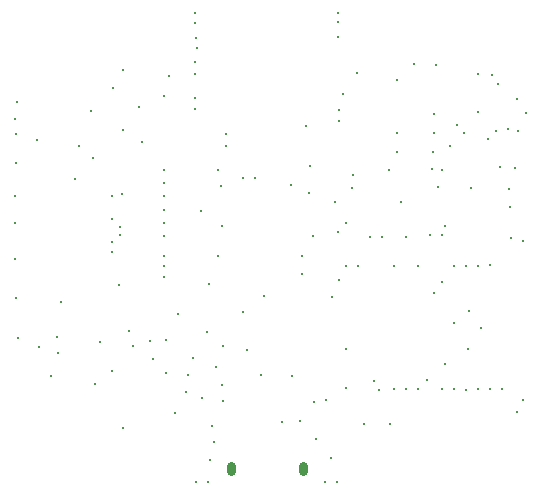
<source format=gbr>
%TF.GenerationSoftware,KiCad,Pcbnew,5.1.5+dfsg1-2~bpo10+1*%
%TF.CreationDate,Date%
%TF.ProjectId,osw,6f73772e-6b69-4636-9164-5f7063625858,3.1*%
%TF.SameCoordinates,Original*%
%TF.FileFunction,Plated,1,4,PTH,Mixed*%
%TF.FilePolarity,Positive*%
%FSLAX46Y46*%
G04 Gerber Fmt 4.6, Leading zero omitted, Abs format (unit mm)*
G04 Created by KiCad*
%MOMM*%
%LPD*%
G04 APERTURE LIST*
%TA.AperFunction,ViaDrill*%
%ADD10C,0.330200*%
%TD*%
G04 aperture for slot hole*
%TA.AperFunction,ComponentDrill*%
%ADD11C,0.750000*%
%TD*%
G04 APERTURE END LIST*
D10*
X138684000Y-99060000D03*
X138684000Y-105537000D03*
X138684000Y-107823000D03*
X138684000Y-110871000D03*
X138811000Y-100330000D03*
X138811000Y-102743000D03*
X138811000Y-114173000D03*
X138836400Y-97586800D03*
X138938000Y-117602000D03*
X140589000Y-100838000D03*
X140716000Y-118364000D03*
X141732000Y-120777000D03*
X142240000Y-117475000D03*
X142367000Y-118872000D03*
X142621000Y-114554000D03*
X143764000Y-104140000D03*
X144145000Y-101346000D03*
X145097500Y-98361500D03*
X145288000Y-102362000D03*
X145478500Y-121475500D03*
X145930500Y-117912000D03*
X146875500Y-109413697D03*
X146875500Y-110299500D03*
X146939000Y-105600500D03*
X146939000Y-107505500D03*
X146939000Y-120396000D03*
X146989700Y-96418400D03*
X147510500Y-113093500D03*
X147574000Y-108204000D03*
X147599460Y-108903280D03*
X147793590Y-105367430D03*
X147828000Y-94869000D03*
X147828000Y-99949000D03*
X147828000Y-125222000D03*
X148336000Y-116967000D03*
X148666585Y-118250085D03*
X149225000Y-98044000D03*
X149479000Y-100965000D03*
X150114000Y-117856000D03*
X150368000Y-119380000D03*
X151282400Y-97129600D03*
X151320500Y-103378000D03*
X151320500Y-104457500D03*
X151320500Y-105600500D03*
X151320500Y-106743500D03*
X151320500Y-107823000D03*
X151320500Y-108966000D03*
X151320500Y-110623394D03*
X151320500Y-111509197D03*
X151320500Y-112395000D03*
X151511000Y-117769100D03*
X151511000Y-120538801D03*
X151765000Y-95377000D03*
X152273000Y-123952000D03*
X152527000Y-115570000D03*
X153146001Y-122166999D03*
X153352500Y-120713500D03*
X153797000Y-119253000D03*
X153924000Y-90106500D03*
X153924000Y-90932000D03*
X153924000Y-94234000D03*
X153924000Y-95250000D03*
X153924000Y-97282000D03*
X153924000Y-98234500D03*
X154047216Y-92153192D03*
X154051000Y-129794000D03*
X154115686Y-93036344D03*
X154432000Y-106870500D03*
X154559000Y-122682000D03*
X154940000Y-117094000D03*
X155067000Y-129794000D03*
X155087915Y-113050915D03*
X155194000Y-127889000D03*
X155384500Y-125031500D03*
X155575000Y-126365000D03*
X155702000Y-120015000D03*
X155854400Y-103377999D03*
X155859900Y-110623393D03*
X156156599Y-104701401D03*
X156210000Y-108077000D03*
X156210000Y-121539000D03*
X156334170Y-118241924D03*
X156337000Y-122936000D03*
X156565600Y-100279200D03*
X156565600Y-101295200D03*
X157988000Y-104038401D03*
X157988000Y-115379500D03*
X158359016Y-118580180D03*
X159004000Y-104038400D03*
X159494965Y-120746635D03*
X159774713Y-114037287D03*
X161290000Y-124714000D03*
X162052000Y-104648000D03*
X162179000Y-120777000D03*
X162814000Y-124587000D03*
X162966400Y-110642400D03*
X162966400Y-112148900D03*
X163372800Y-99636300D03*
X163584165Y-105291165D03*
X163696799Y-103054001D03*
X163893500Y-108966000D03*
X164020500Y-122999500D03*
X164211000Y-126111000D03*
X164973000Y-129794000D03*
X165036500Y-122872500D03*
X165481000Y-127762000D03*
X165506400Y-114147600D03*
X165811200Y-106077600D03*
X165989000Y-129794000D03*
X166014400Y-108615900D03*
X166052500Y-90106500D03*
X166052500Y-90868500D03*
X166052500Y-92138500D03*
X166116000Y-98298000D03*
X166116000Y-99250500D03*
X166116000Y-112649000D03*
X166497000Y-96901000D03*
X166724090Y-118554500D03*
X166751000Y-107823000D03*
X166751000Y-111506000D03*
X166751000Y-121856500D03*
X167259000Y-104902000D03*
X167295495Y-103744695D03*
X167640000Y-95123000D03*
X167767000Y-111506000D03*
X168211500Y-124841000D03*
X168783000Y-109029500D03*
X169058651Y-121203920D03*
X169519950Y-121960126D03*
X169799000Y-109029500D03*
X170383200Y-103327200D03*
X170434000Y-124841000D03*
X170815000Y-111506000D03*
X170815000Y-121920000D03*
X171043600Y-100228400D03*
X171043600Y-101803200D03*
X171069000Y-95758000D03*
X171386500Y-106108500D03*
X171805600Y-109067600D03*
X171831000Y-121920000D03*
X172466000Y-94361000D03*
X172847000Y-111506000D03*
X172847000Y-121920000D03*
X173609000Y-121158000D03*
X173863000Y-108902500D03*
X173971226Y-103249344D03*
X174117000Y-101854000D03*
X174180500Y-98615500D03*
X174180500Y-100203000D03*
X174180500Y-113792000D03*
X174371000Y-94488000D03*
X174529903Y-104762323D03*
X174815500Y-108902500D03*
X174853600Y-103327200D03*
X174879000Y-112839500D03*
X174879000Y-121920000D03*
X175069500Y-119824500D03*
X175133484Y-108075740D03*
X175496500Y-101295200D03*
X175884901Y-121930099D03*
X175895000Y-111506000D03*
X175895000Y-116332000D03*
X176149000Y-99568000D03*
X176720500Y-100266500D03*
X176847500Y-121983500D03*
X176911000Y-111506000D03*
X177038000Y-118491000D03*
X177165000Y-115316000D03*
X177285110Y-104902000D03*
X177927000Y-95250000D03*
X177927000Y-98425000D03*
X177927000Y-111506000D03*
X177927000Y-121920000D03*
X178181000Y-116713000D03*
X178750394Y-100705063D03*
X178940111Y-111439611D03*
X178943000Y-121920000D03*
X179070000Y-95313500D03*
X179451000Y-100076000D03*
X179578000Y-96075500D03*
X179760600Y-103067902D03*
X179959000Y-121920000D03*
X180403500Y-99885500D03*
X180530500Y-104965500D03*
X180634441Y-106449579D03*
X180657500Y-109156500D03*
X181046400Y-103187500D03*
X181164000Y-97345500D03*
X181229000Y-123825000D03*
X181266618Y-100084681D03*
X181737000Y-109347000D03*
X181737000Y-122809000D03*
X181932100Y-98552000D03*
D11*
%TO.C,U5*%
X156972000Y-128852000D02*
X156972000Y-128402000D01*
X163068000Y-128852000D02*
X163068000Y-128402000D01*
M02*

</source>
